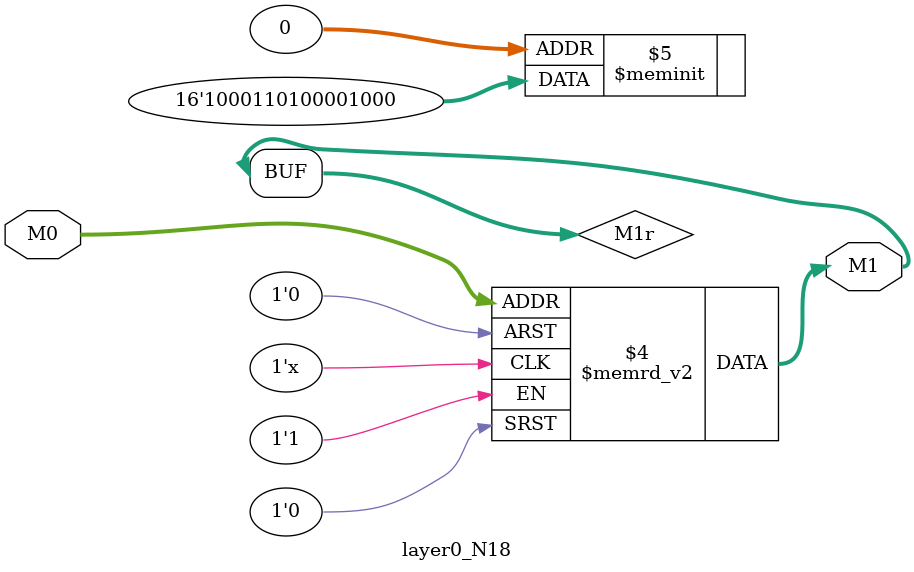
<source format=v>
module layer0_N18 ( input [2:0] M0, output [1:0] M1 );

	(*rom_style = "distributed" *) reg [1:0] M1r;
	assign M1 = M1r;
	always @ (M0) begin
		case (M0)
			3'b000: M1r = 2'b00;
			3'b100: M1r = 2'b01;
			3'b010: M1r = 2'b00;
			3'b110: M1r = 2'b00;
			3'b001: M1r = 2'b10;
			3'b101: M1r = 2'b11;
			3'b011: M1r = 2'b00;
			3'b111: M1r = 2'b10;

		endcase
	end
endmodule

</source>
